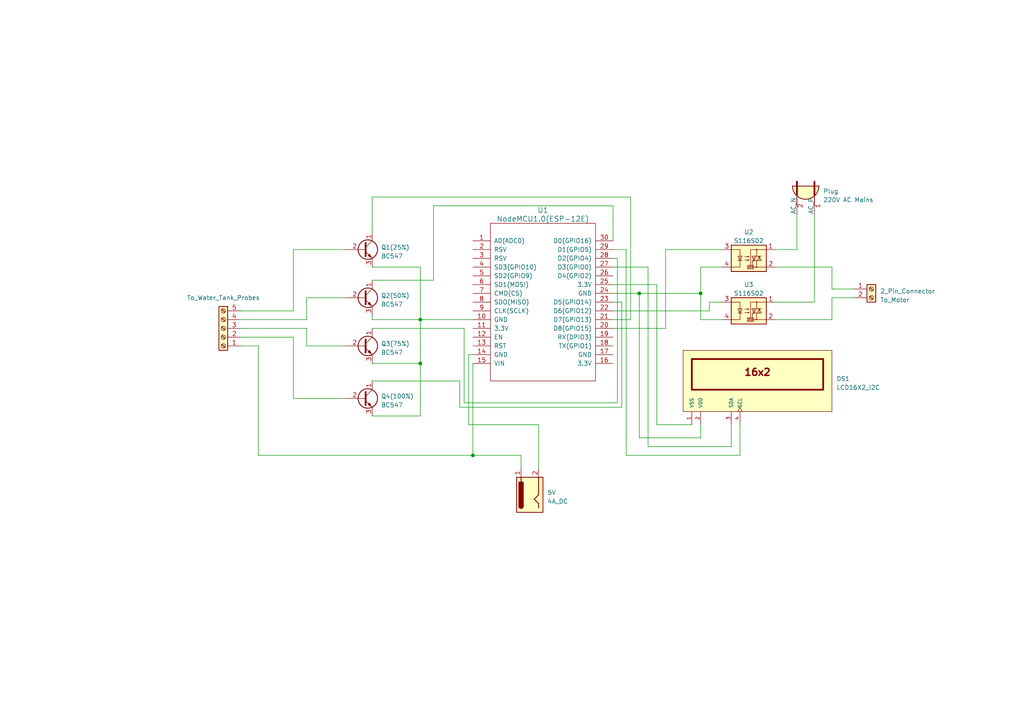
<source format=kicad_sch>
(kicad_sch (version 20230121) (generator eeschema)
  (paper "A4")
  (lib_symbols
    (symbol "Connector:Conn_WallPlug" (pin_names (offset 0))
      (property "Reference" "P" (at -1.27 4.445 0))
      (property "Value" "Conn_WallPlug" (at -5.715 0 90))
      (symbol "Conn_WallPlug_0_1"
        (arc (start -3.175 -3.81) (mid 0.6184 0) (end -3.175 3.81) (stroke (width 0.254)) (fill (type background)))
        (polyline (pts (xy -4.445 -2.54) (xy -0.635 -2.54)) (stroke (width 0.508)))
        (polyline (pts (xy -4.445 2.54) (xy -0.635 2.54)) (stroke (width 0.508)))
        (polyline (pts (xy -3.175 -3.81) (xy -3.175 3.81)) (stroke (width 0.254)))
        (polyline (pts (xy -0.635 -2.54) (xy 2.54 -2.54)))
        (polyline (pts (xy -0.635 2.54) (xy 2.54 2.54)))
      )
      (symbol "Conn_WallPlug_1_1"
        (pin power_out line (at 5.08 2.54 180) (length 5.08) (name "AC_P") (number "1"))
        (pin power_out line (at 5.08 -2.54 180) (length 5.08) (name "AC_N") (number "2"))
      )
    )
    (symbol "Connector:Jack-DC" (pin_names (offset 1.016))
      (property "Reference" "J" (at 0 5.334 0))
      (property "Value" "Jack-DC" (at 0 -5.08 0))
      (symbol "Jack-DC_0_1"
        (rectangle (start -5.08 3.81) (end 5.08 -3.81) (stroke (width 0.254)) (fill (type background)))
        (arc (start -3.302 3.175) (mid -3.9343 2.54) (end -3.302 1.905) (stroke (width 0.254)))
        (arc (start -3.302 3.175) (mid -3.9343 2.54) (end -3.302 1.905) (stroke (width 0.254)) (fill (type outline)))
        (polyline (pts (xy 5.08 2.54) (xy 3.81 2.54)) (stroke (width 0.254)))
        (polyline (pts (xy -3.81 -2.54) (xy -2.54 -2.54) (xy -1.27 -1.27) (xy 0 -2.54) (xy 2.54 -2.54) (xy 5.08 -2.54)) (stroke (width 0.254)))
        (rectangle (start 3.683 3.175) (end -3.302 1.905) (stroke (width 0.254)) (fill (type outline)))
      )
      (symbol "Jack-DC_1_1"
        (pin passive line (at 7.62 2.54 180) (length 2.54) (name "~") (number "1"))
        (pin passive line (at 7.62 -2.54 180) (length 2.54) (name "~") (number "2"))
      )
    )
    (symbol "Connector:Screw_Terminal_01x02" (pin_names (offset 1.016) hide)
      (property "Reference" "J" (at 0 2.54 0))
      (property "Value" "Screw_Terminal_01x02" (at 0 -5.08 0))
      (symbol "Screw_Terminal_01x02_1_1"
        (rectangle (start -1.27 1.27) (end 1.27 -3.81) (stroke (width 0.254)) (fill (type background)))
        (circle (center 0 -2.54) (radius 0.635) (stroke (width 0.1524)))
        (polyline (pts (xy -0.5334 -2.2098) (xy 0.3302 -3.048)) (stroke (width 0.1524)))
        (polyline (pts (xy -0.5334 0.3302) (xy 0.3302 -0.508)) (stroke (width 0.1524)))
        (polyline (pts (xy -0.3556 -2.032) (xy 0.508 -2.8702)) (stroke (width 0.1524)))
        (polyline (pts (xy -0.3556 0.508) (xy 0.508 -0.3302)) (stroke (width 0.1524)))
        (circle (center 0 0) (radius 0.635) (stroke (width 0.1524)))
        (pin passive line (at -5.08 0 0) (length 3.81) (name "Pin_1") (number "1"))
        (pin passive line (at -5.08 -2.54 0) (length 3.81) (name "Pin_2") (number "2"))
      )
    )
    (symbol "Connector:Screw_Terminal_01x05" (pin_names (offset 1.016) hide)
      (property "Reference" "J" (at 0 7.62 0))
      (property "Value" "Screw_Terminal_01x05" (at 0 -7.62 0))
      (symbol "Screw_Terminal_01x05_1_1"
        (rectangle (start -1.27 6.35) (end 1.27 -6.35) (stroke (width 0.254)) (fill (type background)))
        (circle (center 0 -5.08) (radius 0.635) (stroke (width 0.1524)))
        (circle (center 0 -2.54) (radius 0.635) (stroke (width 0.1524)))
        (polyline (pts (xy -0.5334 -4.7498) (xy 0.3302 -5.588)) (stroke (width 0.1524)))
        (polyline (pts (xy -0.5334 -2.2098) (xy 0.3302 -3.048)) (stroke (width 0.1524)))
        (polyline (pts (xy -0.5334 0.3302) (xy 0.3302 -0.508)) (stroke (width 0.1524)))
        (polyline (pts (xy -0.5334 2.8702) (xy 0.3302 2.032)) (stroke (width 0.1524)))
        (polyline (pts (xy -0.5334 5.4102) (xy 0.3302 4.572)) (stroke (width 0.1524)))
        (polyline (pts (xy -0.3556 -4.572) (xy 0.508 -5.4102)) (stroke (width 0.1524)))
        (polyline (pts (xy -0.3556 -2.032) (xy 0.508 -2.8702)) (stroke (width 0.1524)))
        (polyline (pts (xy -0.3556 0.508) (xy 0.508 -0.3302)) (stroke (width 0.1524)))
        (polyline (pts (xy -0.3556 3.048) (xy 0.508 2.2098)) (stroke (width 0.1524)))
        (polyline (pts (xy -0.3556 5.588) (xy 0.508 4.7498)) (stroke (width 0.1524)))
        (circle (center 0 0) (radius 0.635) (stroke (width 0.1524)))
        (circle (center 0 2.54) (radius 0.635) (stroke (width 0.1524)))
        (circle (center 0 5.08) (radius 0.635) (stroke (width 0.1524)))
        (pin passive line (at -5.08 5.08 0) (length 3.81) (name "Pin_1") (number "1"))
        (pin passive line (at -5.08 2.54 0) (length 3.81) (name "Pin_2") (number "2"))
        (pin passive line (at -5.08 0 0) (length 3.81) (name "Pin_3") (number "3"))
        (pin passive line (at -5.08 -2.54 0) (length 3.81) (name "Pin_4") (number "4"))
        (pin passive line (at -5.08 -5.08 0) (length 3.81) (name "Pin_5") (number "5"))
      )
    )
    (symbol "ESP8266:NodeMCU1.0(ESP-12E)" (pin_names (offset 1.016))
      (property "Reference" "U" (at 0 21.59 0))
      (property "Value" "NodeMCU1.0(ESP-12E)" (at 0 -21.59 0))
      (symbol "NodeMCU1.0(ESP-12E)_0_1"
        (rectangle (start -15.24 -22.86) (end 15.24 22.86))
      )
      (symbol "NodeMCU1.0(ESP-12E)_1_1"
        (pin input line (at -20.32 17.78 0) (length 5.08) (name "A0(ADC0)") (number "1"))
        (pin input line (at -20.32 -5.08 0) (length 5.08) (name "GND") (number "10"))
        (pin input line (at -20.32 -7.62 0) (length 5.08) (name "3.3V") (number "11"))
        (pin input line (at -20.32 -10.16 0) (length 5.08) (name "EN") (number "12"))
        (pin input line (at -20.32 -12.7 0) (length 5.08) (name "RST") (number "13"))
        (pin input line (at -20.32 -15.24 0) (length 5.08) (name "GND") (number "14"))
        (pin input line (at -20.32 -17.78 0) (length 5.08) (name "VIN") (number "15"))
        (pin input line (at 20.32 -17.78 180) (length 5.08) (name "3.3V") (number "16"))
        (pin input line (at 20.32 -15.24 180) (length 5.08) (name "GND") (number "17"))
        (pin input line (at 20.32 -12.7 180) (length 5.08) (name "TX(GPIO1)") (number "18"))
        (pin input line (at 20.32 -10.16 180) (length 5.08) (name "RX(DPIO3)") (number "19"))
        (pin input line (at -20.32 15.24 0) (length 5.08) (name "RSV") (number "2"))
        (pin input line (at 20.32 -7.62 180) (length 5.08) (name "D8(GPIO15)") (number "20"))
        (pin input line (at 20.32 -5.08 180) (length 5.08) (name "D7(GPIO13)") (number "21"))
        (pin input line (at 20.32 -2.54 180) (length 5.08) (name "D6(GPIO12)") (number "22"))
        (pin input line (at 20.32 0 180) (length 5.08) (name "D5(GPIO14)") (number "23"))
        (pin input line (at 20.32 2.54 180) (length 5.08) (name "GND") (number "24"))
        (pin input line (at 20.32 5.08 180) (length 5.08) (name "3.3V") (number "25"))
        (pin input line (at 20.32 7.62 180) (length 5.08) (name "D4(GPIO2)") (number "26"))
        (pin input line (at 20.32 10.16 180) (length 5.08) (name "D3(GPIO0)") (number "27"))
        (pin input line (at 20.32 12.7 180) (length 5.08) (name "D2(GPIO4)") (number "28"))
        (pin input line (at 20.32 15.24 180) (length 5.08) (name "D1(GPIO5)") (number "29"))
        (pin input line (at -20.32 12.7 0) (length 5.08) (name "RSV") (number "3"))
        (pin input line (at 20.32 17.78 180) (length 5.08) (name "D0(GPIO16)") (number "30"))
        (pin input line (at -20.32 10.16 0) (length 5.08) (name "SD3(GPIO10)") (number "4"))
        (pin input line (at -20.32 7.62 0) (length 5.08) (name "SD2(GPIO9)") (number "5"))
        (pin input line (at -20.32 5.08 0) (length 5.08) (name "SD1(MOSI)") (number "6"))
        (pin input line (at -20.32 2.54 0) (length 5.08) (name "CMD(CS)") (number "7"))
        (pin input line (at -20.32 0 0) (length 5.08) (name "SDO(MISO)") (number "8"))
        (pin input line (at -20.32 -2.54 0) (length 5.08) (name "CLK(SCLK)") (number "9"))
      )
    )
    (symbol "Relay_SolidState:S116S02"
      (property "Reference" "U" (at -5.08 5.08 0))
      (property "Value" "S116S02" (at 0 5.08 0))
      (symbol "S116S02_0_0"
        (rectangle (start -0.381 -2.032) (end 1.397 -3.048))
        (polyline (pts (xy 2.286 -2.54) (xy 1.397 -2.54)))
        (polyline (pts (xy 1.524 -0.635) (xy 1.016 -1.016) (xy 1.016 -2.032)))
        (text "ZCD" (at 0.508 -2.54 0) (effects (font (size 0.508 0.508))))
      )
      (symbol "S116S02_0_1"
        (rectangle (start -5.08 3.81) (end 5.08 -3.81) (stroke (width 0.254)) (fill (type background)))
        (polyline (pts (xy -3.175 -0.635) (xy -1.905 -0.635)))
        (polyline (pts (xy 1.524 -0.635) (xy 1.524 0.635)))
        (polyline (pts (xy 3.048 0.635) (xy 3.048 -0.635)))
        (polyline (pts (xy 2.286 -0.635) (xy 2.286 -2.54) (xy 5.08 -2.54)))
        (polyline (pts (xy 2.286 0.635) (xy 2.286 2.54) (xy 5.08 2.54)))
        (polyline (pts (xy 2.286 2.54) (xy 0.508 2.54) (xy 0.508 -2.032)))
        (polyline (pts (xy -5.08 2.54) (xy -2.54 2.54) (xy -2.54 -2.54) (xy -5.08 -2.54)))
        (polyline (pts (xy -2.54 -0.635) (xy -3.175 0.635) (xy -1.905 0.635) (xy -2.54 -0.635)))
        (polyline (pts (xy 0.889 -0.635) (xy 3.683 -0.635) (xy 3.048 0.635) (xy 2.413 -0.635)))
        (polyline (pts (xy 3.683 0.635) (xy 0.889 0.635) (xy 1.524 -0.635) (xy 2.159 0.635)))
        (polyline (pts (xy -1.143 -0.508) (xy 0.127 -0.508) (xy -0.254 -0.635) (xy -0.254 -0.381) (xy 0.127 -0.508)))
        (polyline (pts (xy -1.143 0.508) (xy 0.127 0.508) (xy -0.254 0.381) (xy -0.254 0.635) (xy 0.127 0.508)))
        (circle (center 2.286 -2.54) (radius 0.127))
        (circle (center 2.286 2.54) (radius 0.127))
      )
      (symbol "S116S02_1_1"
        (pin passive line (at 7.62 2.54 180) (length 2.54) (name "~") (number "1"))
        (pin passive line (at 7.62 -2.54 180) (length 2.54) (name "~") (number "2"))
        (pin passive line (at -7.62 2.54 0) (length 2.54) (name "~") (number "3"))
        (pin passive line (at -7.62 -2.54 0) (length 2.54) (name "~") (number "4"))
      )
    )
    (symbol "Transistor_BJT:BC547" (pin_names (offset 0) hide)
      (property "Reference" "Q" (at 5.08 1.905 0))
      (property "Value" "BC547" (at 5.08 0 0))
      (symbol "BC547_0_1"
        (polyline (pts (xy 0 0) (xy 0.635 0)))
        (polyline (pts (xy 0.635 0.635) (xy 2.54 2.54)))
        (polyline (pts (xy 0.635 -0.635) (xy 2.54 -2.54) (xy 2.54 -2.54)))
        (polyline (pts (xy 0.635 1.905) (xy 0.635 -1.905) (xy 0.635 -1.905)) (stroke (width 0.508)))
        (polyline (pts (xy 1.27 -1.778) (xy 1.778 -1.27) (xy 2.286 -2.286) (xy 1.27 -1.778) (xy 1.27 -1.778)) (fill (type outline)))
        (circle (center 1.27 0) (radius 2.8194) (stroke (width 0.254)))
      )
      (symbol "BC547_1_1"
        (pin passive line (at 2.54 5.08 270) (length 2.54) (name "C") (number "1"))
        (pin input line (at -5.08 0 0) (length 5.08) (name "B") (number "2"))
        (pin passive line (at 2.54 -5.08 90) (length 2.54) (name "E") (number "3"))
      )
    )
    (symbol "lcd16x2_i2c:LCD16X2_I2C" (pin_names (offset 1.016))
      (property "Reference" "DS" (at -20.32 10.16 0))
      (property "Value" "LCD16X2_I2C" (at 17.78 10.16 0))
      (symbol "LCD16X2_I2C_0_0"
        (text "16x2" (at 0 2.54 0) (effects (font (size 2.032 2.032) bold)))
      )
      (symbol "LCD16X2_I2C_0_1"
        (rectangle (start -21.59 8.89) (end 21.59 -8.89) (fill (type background)))
        (rectangle (start -19.05 6.35) (end 19.05 -2.54) (stroke (width 0.508)))
      )
      (symbol "LCD16X2_I2C_1_1"
        (pin power_in line (at -19.05 -12.7 90) (length 3.81) (name "VSS") (number "1"))
        (pin power_in line (at -16.51 -12.7 90) (length 3.81) (name "VDD") (number "2"))
        (pin bidirectional line (at -7.62 -12.7 90) (length 3.81) (name "SDA") (number "3"))
        (pin input clock (at -5.08 -12.7 90) (length 3.81) (name "SCL") (number "4"))
      )
    )
  )
  (junction (at 203.2 85.09))
  (junction (at 121.92 105.41))
  (junction (at 185.42 85.09))
  (junction (at 121.92 92.71))
  (junction (at 137.16 132.08))
  (wire (pts (xy 135.89 102.87) (xy 135.89 123.19)))
  (wire (pts (xy 203.2 127) (xy 203.2 123.19)))
  (wire (pts (xy 214.63 123.19) (xy 214.63 132.08)))
  (wire (pts (xy 209.55 77.47) (xy 203.2 77.47)))
  (wire (pts (xy 190.5 82.55) (xy 190.5 123.19)))
  (wire (pts (xy 137.16 132.08) (xy 74.93 132.08)))
  (wire (pts (xy 74.93 132.08) (xy 74.93 100.33)))
  (wire (pts (xy 107.95 95.25) (xy 134.62 95.25)))
  (wire (pts (xy 137.16 132.08) (xy 151.13 132.08)))
  (wire (pts (xy 185.42 127) (xy 203.2 127)))
  (wire (pts (xy 224.79 77.47) (xy 241.3 77.47)))
  (wire (pts (xy 134.62 116.84) (xy 179.07 116.84)))
  (wire (pts (xy 107.95 110.49) (xy 133.35 110.49)))
  (wire (pts (xy 69.85 95.25) (xy 88.9 95.25)))
  (wire (pts (xy 137.16 105.41) (xy 137.16 132.08)))
  (wire (pts (xy 241.3 86.36) (xy 247.65 86.36)))
  (wire (pts (xy 190.5 123.19) (xy 200.66 123.19)))
  (wire (pts (xy 224.79 72.39) (xy 231.14 72.39)))
  (wire (pts (xy 121.92 77.47) (xy 121.92 92.71)))
  (wire (pts (xy 212.09 129.54) (xy 212.09 123.19)))
  (wire (pts (xy 137.16 102.87) (xy 135.89 102.87)))
  (wire (pts (xy 133.35 118.11) (xy 180.34 118.11)))
  (wire (pts (xy 185.42 85.09) (xy 185.42 127)))
  (wire (pts (xy 107.95 91.44) (xy 107.95 92.71)))
  (wire (pts (xy 193.04 72.39) (xy 209.55 72.39)))
  (wire (pts (xy 185.42 85.09) (xy 203.2 85.09)))
  (wire (pts (xy 88.9 92.71) (xy 88.9 86.36)))
  (wire (pts (xy 241.3 92.71) (xy 241.3 86.36)))
  (wire (pts (xy 180.34 87.63) (xy 177.8 87.63)))
  (wire (pts (xy 69.85 92.71) (xy 88.9 92.71)))
  (wire (pts (xy 85.09 90.17) (xy 85.09 72.39)))
  (wire (pts (xy 121.92 120.65) (xy 121.92 105.41)))
  (wire (pts (xy 107.95 67.31) (xy 107.95 57.15)))
  (wire (pts (xy 69.85 97.79) (xy 85.09 97.79)))
  (wire (pts (xy 182.88 57.15) (xy 182.88 92.71)))
  (wire (pts (xy 135.89 123.19) (xy 156.21 123.19)))
  (wire (pts (xy 203.2 92.71) (xy 209.55 92.71)))
  (wire (pts (xy 177.8 85.09) (xy 185.42 85.09)))
  (wire (pts (xy 180.34 118.11) (xy 180.34 87.63)))
  (wire (pts (xy 156.21 123.19) (xy 156.21 135.89)))
  (wire (pts (xy 182.88 92.71) (xy 177.8 92.71)))
  (wire (pts (xy 177.8 95.25) (xy 193.04 95.25)))
  (wire (pts (xy 179.07 116.84) (xy 179.07 74.93)))
  (wire (pts (xy 125.73 81.28) (xy 125.73 59.69)))
  (wire (pts (xy 69.85 90.17) (xy 85.09 90.17)))
  (wire (pts (xy 85.09 72.39) (xy 100.33 72.39)))
  (wire (pts (xy 181.61 132.08) (xy 214.63 132.08)))
  (wire (pts (xy 231.14 62.23) (xy 231.14 72.39)))
  (wire (pts (xy 137.16 92.71) (xy 121.92 92.71)))
  (wire (pts (xy 88.9 86.36) (xy 100.33 86.36)))
  (wire (pts (xy 236.22 87.63) (xy 236.22 62.23)))
  (wire (pts (xy 107.95 120.65) (xy 121.92 120.65)))
  (wire (pts (xy 107.95 77.47) (xy 121.92 77.47)))
  (wire (pts (xy 121.92 105.41) (xy 121.92 92.71)))
  (wire (pts (xy 179.07 74.93) (xy 177.8 74.93)))
  (wire (pts (xy 187.96 77.47) (xy 187.96 129.54)))
  (wire (pts (xy 203.2 77.47) (xy 203.2 85.09)))
  (wire (pts (xy 177.8 90.17) (xy 205.74 90.17)))
  (wire (pts (xy 205.74 87.63) (xy 209.55 87.63)))
  (wire (pts (xy 69.85 100.33) (xy 74.93 100.33)))
  (wire (pts (xy 88.9 95.25) (xy 88.9 100.33)))
  (wire (pts (xy 133.35 110.49) (xy 133.35 118.11)))
  (wire (pts (xy 241.3 77.47) (xy 241.3 83.82)))
  (wire (pts (xy 125.73 59.69) (xy 177.8 59.69)))
  (wire (pts (xy 177.8 72.39) (xy 181.61 72.39)))
  (wire (pts (xy 107.95 81.28) (xy 125.73 81.28)))
  (wire (pts (xy 177.8 82.55) (xy 190.5 82.55)))
  (wire (pts (xy 241.3 83.82) (xy 247.65 83.82)))
  (wire (pts (xy 88.9 100.33) (xy 100.33 100.33)))
  (wire (pts (xy 177.8 77.47) (xy 187.96 77.47)))
  (wire (pts (xy 224.79 87.63) (xy 236.22 87.63)))
  (wire (pts (xy 85.09 115.57) (xy 100.33 115.57)))
  (wire (pts (xy 151.13 132.08) (xy 151.13 135.89)))
  (wire (pts (xy 134.62 95.25) (xy 134.62 116.84)))
  (wire (pts (xy 121.92 92.71) (xy 107.95 92.71)))
  (wire (pts (xy 107.95 57.15) (xy 182.88 57.15)))
  (wire (pts (xy 193.04 95.25) (xy 193.04 72.39)))
  (wire (pts (xy 177.8 59.69) (xy 177.8 69.85)))
  (wire (pts (xy 205.74 90.17) (xy 205.74 87.63)))
  (wire (pts (xy 203.2 85.09) (xy 203.2 92.71)))
  (wire (pts (xy 224.79 92.71) (xy 241.3 92.71)))
  (wire (pts (xy 107.95 105.41) (xy 121.92 105.41)))
  (wire (pts (xy 181.61 72.39) (xy 181.61 132.08)))
  (wire (pts (xy 85.09 97.79) (xy 85.09 115.57)))
  (wire (pts (xy 187.96 129.54) (xy 212.09 129.54)))
  (symbol (lib_id "Connector:Jack-DC") (at 153.67 143.51 90) (unit 1)
    (property "Reference" "5V" (at 158.75 142.875 90) (effects (justify right)))
    (property "Value" "4A_DC" (at 158.75 145.415 90) (effects (justify right)))
  )
  (symbol (lib_id "lcd16x2_i2c:LCD16X2_I2C") (at 219.71 110.49 0) (unit 1)
    (property "Reference" "DS1" (at 242.57 109.855 0) (effects (justify left)))
    (property "Value" "LCD16X2_I2C" (at 242.57 112.395 0) (effects (justify left)))
    (property "Footprint" "WC1602A" (effects hide))
  )
  (symbol (lib_id "Relay_SolidState:S116S02") (at 217.17 90.17 0) (unit 1)
    (property "Reference" "U3" (at 217.17 82.55 0))
    (property "Value" "S116S02" (at 217.17 85.09 0))
    (property "Footprint" "Package_SIP:SIP4_Sharp-SSR_P7.62mm_Straight" (effects hide))
    (property "Datasheet" "http://www.sharp-world.com/products/device/lineup/data/pdf/datasheet/s116s02_e.pdf" (effects hide))
  )
  (symbol (lib_id "Relay_SolidState:S116S02") (at 217.17 74.93 0) (unit 1)
    (property "Reference" "U2" (at 217.17 67.31 0))
    (property "Value" "S116S02" (at 217.17 69.85 0))
    (property "Footprint" "Package_SIP:SIP4_Sharp-SSR_P7.62mm_Straight" (effects hide))
    (property "Datasheet" "http://www.sharp-world.com/products/device/lineup/data/pdf/datasheet/s116s02_e.pdf" (effects hide))
  )
  (symbol (lib_id "Transistor_BJT:BC547") (at 105.41 86.36 0) (unit 1)
    (property "Reference" "Q2(50%)" (at 110.49 85.725 0) (effects (justify left)))
    (property "Value" "BC547" (at 110.49 88.265 0) (effects (justify left)))
    (property "Footprint" "Package_TO_SOT_THT:TO-92_Inline" (effects hide))
    (property "Datasheet" "https://www.onsemi.com/pub/Collateral/BC550-D.pdf" (effects hide))
  )
  (symbol (lib_id "Connector:Conn_WallPlug") (at 233.68 57.15 270) (unit 1)
    (property "Reference" "Plug" (at 238.76 55.4355 90) (effects (justify left)))
    (property "Value" "220V AC Mains" (at 238.76 57.9755 90) (effects (justify left)))
  )
  (symbol (lib_id "Connector:Screw_Terminal_01x05") (at 64.77 95.25 180) (unit 1)
    (property "Reference" "To_Water_Tank_Probes" (at 64.77 86.36 0))
    (property "Value" " " (at 64.77 87.63 0))
  )
  (symbol (lib_id "Transistor_BJT:BC547") (at 105.41 115.57 0) (unit 1)
    (property "Reference" "Q4(100%)" (at 110.49 114.935 0) (effects (justify left)))
    (property "Value" "BC547" (at 110.49 117.475 0) (effects (justify left)))
    (property "Footprint" "Package_TO_SOT_THT:TO-92_Inline" (effects hide))
    (property "Datasheet" "https://www.onsemi.com/pub/Collateral/BC550-D.pdf" (effects hide))
  )
  (symbol (lib_id "Transistor_BJT:BC547") (at 105.41 72.39 0) (unit 1)
    (property "Reference" "Q1(25%)" (at 110.49 71.755 0) (effects (justify left)))
    (property "Value" "BC547" (at 110.49 74.295 0) (effects (justify left)))
    (property "Footprint" "Package_TO_SOT_THT:TO-92_Inline" (effects hide))
    (property "Datasheet" "https://www.onsemi.com/pub/Collateral/BC550-D.pdf" (effects hide))
  )
  (symbol (lib_id "ESP8266:NodeMCU1.0(ESP-12E)") (at 157.48 87.63 0) (unit 1)
    (property "Reference" "U1" (at 157.48 60.96 0) (effects (font (size 1.524 1.524))))
    (property "Value" "NodeMCU1.0(ESP-12E)" (at 157.48 63.5 0) (effects (font (size 1.524 1.524))))
  )
  (symbol (lib_id "Connector:Screw_Terminal_01x02") (at 252.73 83.82 0) (unit 1)
    (property "Reference" "2_Pin_Connector" (at 255.27 84.455 0) (effects (justify left)))
    (property "Value" "To_Motor" (at 255.27 86.995 0) (effects (justify left)))
  )
  (symbol (lib_id "Transistor_BJT:BC547") (at 105.41 100.33 0) (unit 1)
    (property "Reference" "Q3(75%)" (at 110.49 99.695 0) (effects (justify left)))
    (property "Value" "BC547" (at 110.49 102.235 0) (effects (justify left)))
    (property "Footprint" "Package_TO_SOT_THT:TO-92_Inline" (effects hide))
    (property "Datasheet" "https://www.onsemi.com/pub/Collateral/BC550-D.pdf" (effects hide))
  )
)
</source>
